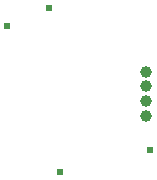
<source format=gbs>
G04*
G04 #@! TF.GenerationSoftware,Altium Limited,Altium Designer,21.6.1 (37)*
G04*
G04 Layer_Color=16711935*
%FSLAX44Y44*%
%MOMM*%
G71*
G04*
G04 #@! TF.SameCoordinates,F4782AAD-9866-4A79-8099-FE8F1ED221DB*
G04*
G04*
G04 #@! TF.FilePolarity,Negative*
G04*
G01*
G75*
%ADD45C,0.6040*%
%ADD50C,1.0000*%
D45*
X275082Y227838D02*
D03*
X310642Y243078D02*
D03*
X395478Y122936D02*
D03*
X320040Y103886D02*
D03*
D50*
X392750Y189000D02*
D03*
Y176500D02*
D03*
Y164000D02*
D03*
Y151500D02*
D03*
M02*

</source>
